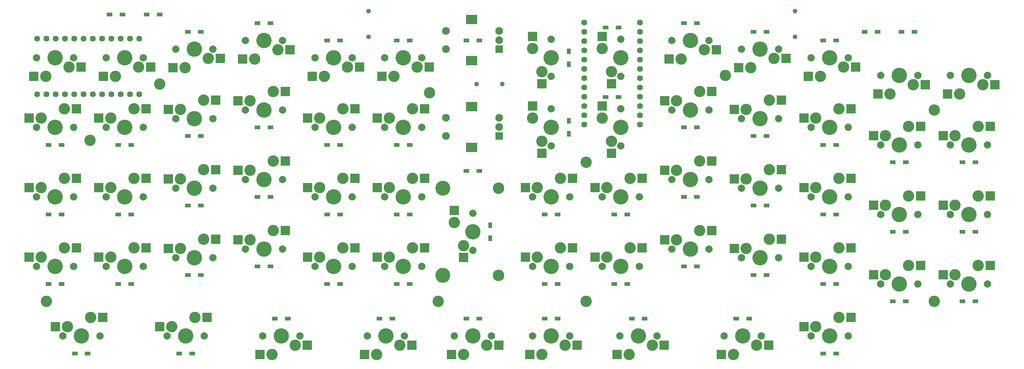
<source format=gbr>
G04 #@! TF.GenerationSoftware,KiCad,Pcbnew,5.1.6-c6e7f7d~87~ubuntu16.04.1*
G04 #@! TF.CreationDate,2020-11-01T04:30:44+09:00*
G04 #@! TF.ProjectId,ninja60,6e696e6a-6136-4302-9e6b-696361645f70,rev?*
G04 #@! TF.SameCoordinates,Original*
G04 #@! TF.FileFunction,Soldermask,Bot*
G04 #@! TF.FilePolarity,Negative*
%FSLAX46Y46*%
G04 Gerber Fmt 4.6, Leading zero omitted, Abs format (unit mm)*
G04 Created by KiCad (PCBNEW 5.1.6-c6e7f7d~87~ubuntu16.04.1) date 2020-11-01 04:30:44*
%MOMM*%
%LPD*%
G01*
G04 APERTURE LIST*
%ADD10C,3.100000*%
%ADD11R,2.650000X2.600000*%
%ADD12C,4.200000*%
%ADD13C,2.000000*%
%ADD14C,4.087800*%
%ADD15C,3.148000*%
%ADD16R,1.500000X1.100000*%
%ADD17R,1.100000X1.500000*%
%ADD18C,1.300000*%
%ADD19R,2.600000X2.650000*%
%ADD20C,2.100000*%
%ADD21R,3.100000X2.600000*%
%ADD22R,2.100000X2.100000*%
%ADD23C,1.624000*%
G04 APERTURE END LIST*
D10*
X264319860Y-114300480D03*
X321470100Y-123825520D03*
X321470100Y-176213240D03*
X226219700Y-176213240D03*
X226219700Y-138113080D03*
X185738280Y-176213240D03*
X183357020Y-119063000D03*
X78581580Y-176213240D03*
X90487880Y-132159930D03*
X109537960Y-116681740D03*
D11*
X299978750Y-112077500D03*
D12*
X292893750Y-109537500D03*
D13*
X287813750Y-109537500D03*
X297973750Y-109537500D03*
D11*
X287051750Y-114617500D03*
D10*
X296703750Y-112077500D03*
X290353750Y-114617500D03*
X102552500Y-161607500D03*
X96202500Y-164147500D03*
D11*
X105854500Y-161607500D03*
D13*
X94932500Y-166687500D03*
X105092500Y-166687500D03*
D12*
X100012500Y-166687500D03*
D11*
X92927500Y-164147500D03*
X111977500Y-142716250D03*
D12*
X119062500Y-145256250D03*
D13*
X124142500Y-145256250D03*
X113982500Y-145256250D03*
D11*
X124904500Y-140176250D03*
D10*
X115252500Y-142716250D03*
X121602500Y-140176250D03*
X102552500Y-142557500D03*
X96202500Y-145097500D03*
D11*
X105854500Y-142557500D03*
D13*
X94932500Y-147637500D03*
X105092500Y-147637500D03*
D12*
X100012500Y-147637500D03*
D11*
X92927500Y-145097500D03*
D14*
X187007500Y-169100500D03*
X187007500Y-145224500D03*
D15*
X202247500Y-169100500D03*
X202247500Y-145224500D03*
D16*
X99406250Y-97631250D03*
X95856250Y-97631250D03*
X109537500Y-97631250D03*
X105987500Y-97631250D03*
X117287500Y-102393750D03*
X120837500Y-102393750D03*
X139887500Y-100012500D03*
X136337500Y-100012500D03*
X155387500Y-104775000D03*
X158937500Y-104775000D03*
X177987500Y-104775000D03*
X174437500Y-104775000D03*
D17*
X221457180Y-107762960D03*
X221457180Y-111312960D03*
D16*
X235138480Y-101203550D03*
X231588480Y-101203550D03*
X253018750Y-100012500D03*
X256568750Y-100012500D03*
X275618750Y-102393750D03*
X272068750Y-102393750D03*
X291118750Y-104775000D03*
X294668750Y-104775000D03*
X305968750Y-102393750D03*
X302418750Y-102393750D03*
X316100000Y-102393750D03*
X312550000Y-102393750D03*
X193487500Y-104775000D03*
X197037500Y-104775000D03*
X79187500Y-133350000D03*
X82737500Y-133350000D03*
X101787500Y-133350000D03*
X98237500Y-133350000D03*
X117287500Y-130968750D03*
X120837500Y-130968750D03*
X139887500Y-128587500D03*
X136337500Y-128587500D03*
X155387500Y-133350000D03*
X158937500Y-133350000D03*
X177987500Y-133350000D03*
X174437500Y-133350000D03*
D17*
X221457180Y-126813040D03*
X221457180Y-130363040D03*
D16*
X235138480Y-120253630D03*
X231588480Y-120253630D03*
X256568750Y-128587500D03*
X253018750Y-128587500D03*
X275618750Y-130968750D03*
X272068750Y-130968750D03*
X291118750Y-133350000D03*
X294668750Y-133350000D03*
X313718750Y-138112500D03*
X310168750Y-138112500D03*
X329218750Y-138112500D03*
X332768750Y-138112500D03*
X197037500Y-140493750D03*
X193487500Y-140493750D03*
X79187500Y-152400000D03*
X82737500Y-152400000D03*
X101787500Y-152400000D03*
X98237500Y-152400000D03*
X117287500Y-150018750D03*
X120837500Y-150018750D03*
X136337500Y-147637500D03*
X139887500Y-147637500D03*
X158937500Y-152400000D03*
X155387500Y-152400000D03*
X174437500Y-152400000D03*
X177987500Y-152400000D03*
D17*
X200025000Y-155387500D03*
X200025000Y-158937500D03*
D16*
X218468750Y-152400000D03*
X214918750Y-152400000D03*
X233968750Y-152400000D03*
X237518750Y-152400000D03*
X253018750Y-147637500D03*
X256568750Y-147637500D03*
X272068750Y-150018750D03*
X275618750Y-150018750D03*
X291118750Y-152400000D03*
X294668750Y-152400000D03*
X313718750Y-157162500D03*
X310168750Y-157162500D03*
X329218750Y-157162500D03*
X332768750Y-157162500D03*
X82737500Y-171450000D03*
X79187500Y-171450000D03*
X98237500Y-171450000D03*
X101787500Y-171450000D03*
X120837500Y-169068750D03*
X117287500Y-169068750D03*
X136337500Y-166687500D03*
X139887500Y-166687500D03*
X158937500Y-171450000D03*
X155387500Y-171450000D03*
X177987500Y-171450000D03*
X174437500Y-171450000D03*
X218468750Y-171450000D03*
X214918750Y-171450000D03*
X233968750Y-171450000D03*
X237518750Y-171450000D03*
X256568750Y-166687500D03*
X253018750Y-166687500D03*
X272068750Y-169068750D03*
X275618750Y-169068750D03*
X294668750Y-171450000D03*
X291118750Y-171450000D03*
X310168750Y-176212500D03*
X313718750Y-176212500D03*
X332768750Y-176212500D03*
X329218750Y-176212500D03*
X86331250Y-190500000D03*
X89881250Y-190500000D03*
X118456250Y-190500000D03*
X114906250Y-190500000D03*
X144650000Y-180975000D03*
X141100000Y-180975000D03*
X169675000Y-180975000D03*
X173225000Y-180975000D03*
X197037500Y-180975000D03*
X193487500Y-180975000D03*
X214918750Y-180975000D03*
X218468750Y-180975000D03*
X242281250Y-180975000D03*
X238731250Y-180975000D03*
X267306250Y-180975000D03*
X270856250Y-180975000D03*
X294668750Y-190500000D03*
X291118750Y-190500000D03*
D18*
X166687500Y-103750000D03*
X166687500Y-96750000D03*
X283369940Y-103750400D03*
X283369940Y-96750400D03*
X203287500Y-116681250D03*
X196287500Y-116681250D03*
D11*
X88047500Y-112077500D03*
D12*
X80962500Y-109537500D03*
D13*
X75882500Y-109537500D03*
X86042500Y-109537500D03*
D11*
X75120500Y-114617500D03*
D10*
X84772500Y-112077500D03*
X78422500Y-114617500D03*
X97472500Y-114617500D03*
X103822500Y-112077500D03*
D11*
X94170500Y-114617500D03*
D13*
X105092500Y-109537500D03*
X94932500Y-109537500D03*
D12*
X100012500Y-109537500D03*
D11*
X107097500Y-112077500D03*
X126147500Y-109696250D03*
D12*
X119062500Y-107156250D03*
D13*
X113982500Y-107156250D03*
X124142500Y-107156250D03*
D11*
X113220500Y-112236250D03*
D10*
X122872500Y-109696250D03*
X116522500Y-112236250D03*
D11*
X145197500Y-107315000D03*
D12*
X138112500Y-104775000D03*
D13*
X133032500Y-104775000D03*
X143192500Y-104775000D03*
D11*
X132270500Y-109855000D03*
D10*
X141922500Y-107315000D03*
X135572500Y-109855000D03*
X154622500Y-114617500D03*
X160972500Y-112077500D03*
D11*
X151320500Y-114617500D03*
D13*
X162242500Y-109537500D03*
X152082500Y-109537500D03*
D12*
X157162500Y-109537500D03*
D11*
X164247500Y-112077500D03*
D10*
X173672500Y-114617500D03*
X180022500Y-112077500D03*
D11*
X170370500Y-114617500D03*
D13*
X181292500Y-109537500D03*
X171132500Y-109537500D03*
D12*
X176212500Y-109537500D03*
D11*
X183297500Y-112077500D03*
D10*
X211614660Y-106997960D03*
X214154660Y-113347960D03*
D19*
X211614660Y-103695960D03*
D13*
X216694660Y-114617960D03*
X216694660Y-104457960D03*
D12*
X216694660Y-109537960D03*
D19*
X214154660Y-116622960D03*
X233203750Y-116622500D03*
D12*
X235743750Y-109537500D03*
D13*
X235743750Y-104457500D03*
X235743750Y-114617500D03*
D19*
X230663750Y-103695500D03*
D10*
X233203750Y-113347500D03*
X230663750Y-106997500D03*
X252253750Y-109855000D03*
X258603750Y-107315000D03*
D11*
X248951750Y-109855000D03*
D13*
X259873750Y-104775000D03*
X249713750Y-104775000D03*
D12*
X254793750Y-104775000D03*
D11*
X261878750Y-107315000D03*
D10*
X271303750Y-112236250D03*
X277653750Y-109696250D03*
D11*
X268001750Y-112236250D03*
D13*
X278923750Y-107156250D03*
X268763750Y-107156250D03*
D12*
X273843750Y-107156250D03*
D11*
X280928750Y-109696250D03*
D10*
X309403750Y-119380000D03*
X315753750Y-116840000D03*
D11*
X306101750Y-119380000D03*
D13*
X317023750Y-114300000D03*
X306863750Y-114300000D03*
D12*
X311943750Y-114300000D03*
D11*
X319028750Y-116840000D03*
X338078750Y-116840000D03*
D12*
X330993750Y-114300000D03*
D13*
X325913750Y-114300000D03*
X336073750Y-114300000D03*
D11*
X325151750Y-119380000D03*
D10*
X334803750Y-116840000D03*
X328453750Y-119380000D03*
D20*
X187906250Y-102156250D03*
X187906250Y-107156250D03*
D21*
X194906250Y-99056250D03*
X194906250Y-110256250D03*
D20*
X202406250Y-102156250D03*
X202406250Y-104656250D03*
D22*
X202406250Y-107156250D03*
D11*
X73877500Y-126047500D03*
D12*
X80962500Y-128587500D03*
D13*
X86042500Y-128587500D03*
X75882500Y-128587500D03*
D11*
X86804500Y-123507500D03*
D10*
X77152500Y-126047500D03*
X83502500Y-123507500D03*
X102552500Y-123507500D03*
X96202500Y-126047500D03*
D11*
X105854500Y-123507500D03*
D13*
X94932500Y-128587500D03*
X105092500Y-128587500D03*
D12*
X100012500Y-128587500D03*
D11*
X92927500Y-126047500D03*
X111977500Y-123666250D03*
D12*
X119062500Y-126206250D03*
D13*
X124142500Y-126206250D03*
X113982500Y-126206250D03*
D11*
X124904500Y-121126250D03*
D10*
X115252500Y-123666250D03*
X121602500Y-121126250D03*
X140652500Y-118745000D03*
X134302500Y-121285000D03*
D11*
X143954500Y-118745000D03*
D13*
X133032500Y-123825000D03*
X143192500Y-123825000D03*
D12*
X138112500Y-123825000D03*
D11*
X131027500Y-121285000D03*
X150077500Y-126047500D03*
D12*
X157162500Y-128587500D03*
D13*
X162242500Y-128587500D03*
X152082500Y-128587500D03*
D11*
X163004500Y-123507500D03*
D10*
X153352500Y-126047500D03*
X159702500Y-123507500D03*
X178752500Y-123507500D03*
X172402500Y-126047500D03*
D11*
X182054500Y-123507500D03*
D13*
X171132500Y-128587500D03*
X181292500Y-128587500D03*
D12*
X176212500Y-128587500D03*
D11*
X169127500Y-126047500D03*
D10*
X211614660Y-126048040D03*
X214154660Y-132398040D03*
D19*
X211614660Y-122746040D03*
D13*
X216694660Y-133668040D03*
X216694660Y-123508040D03*
D12*
X216694660Y-128588040D03*
D19*
X214154660Y-135673040D03*
X233203750Y-135672500D03*
D12*
X235743750Y-128587500D03*
D13*
X235743750Y-123507500D03*
X235743750Y-133667500D03*
D19*
X230663750Y-122745500D03*
D10*
X233203750Y-132397500D03*
X230663750Y-126047500D03*
X257333750Y-118745000D03*
X250983750Y-121285000D03*
D11*
X260635750Y-118745000D03*
D13*
X249713750Y-123825000D03*
X259873750Y-123825000D03*
D12*
X254793750Y-123825000D03*
D11*
X247708750Y-121285000D03*
X266758750Y-123666250D03*
D12*
X273843750Y-126206250D03*
D13*
X278923750Y-126206250D03*
X268763750Y-126206250D03*
D11*
X279685750Y-121126250D03*
D10*
X270033750Y-123666250D03*
X276383750Y-121126250D03*
X295433750Y-123507500D03*
X289083750Y-126047500D03*
D11*
X298735750Y-123507500D03*
D13*
X287813750Y-128587500D03*
X297973750Y-128587500D03*
D12*
X292893750Y-128587500D03*
D11*
X285808750Y-126047500D03*
X304858750Y-130810000D03*
D12*
X311943750Y-133350000D03*
D13*
X317023750Y-133350000D03*
X306863750Y-133350000D03*
D11*
X317785750Y-128270000D03*
D10*
X308133750Y-130810000D03*
X314483750Y-128270000D03*
X333533750Y-128270000D03*
X327183750Y-130810000D03*
D11*
X336835750Y-128270000D03*
D13*
X325913750Y-133350000D03*
X336073750Y-133350000D03*
D12*
X330993750Y-133350000D03*
D11*
X323908750Y-130810000D03*
X73877500Y-145097500D03*
D12*
X80962500Y-147637500D03*
D13*
X86042500Y-147637500D03*
X75882500Y-147637500D03*
D11*
X86804500Y-142557500D03*
D10*
X77152500Y-145097500D03*
X83502500Y-142557500D03*
X140652500Y-137795000D03*
X134302500Y-140335000D03*
D11*
X143954500Y-137795000D03*
D13*
X133032500Y-142875000D03*
X143192500Y-142875000D03*
D12*
X138112500Y-142875000D03*
D11*
X131027500Y-140335000D03*
X150077500Y-145097500D03*
D12*
X157162500Y-147637500D03*
D13*
X162242500Y-147637500D03*
X152082500Y-147637500D03*
D11*
X163004500Y-142557500D03*
D10*
X153352500Y-145097500D03*
X159702500Y-142557500D03*
X178752500Y-142557500D03*
X172402500Y-145097500D03*
D11*
X182054500Y-142557500D03*
D13*
X171132500Y-147637500D03*
X181292500Y-147637500D03*
D12*
X176212500Y-147637500D03*
D11*
X169127500Y-145097500D03*
D19*
X192722500Y-164247500D03*
D12*
X195262500Y-157162500D03*
D13*
X195262500Y-152082500D03*
X195262500Y-162242500D03*
D19*
X190182500Y-151320500D03*
D10*
X192722500Y-160972500D03*
X190182500Y-154622500D03*
D11*
X209608750Y-145097500D03*
D12*
X216693750Y-147637500D03*
D13*
X221773750Y-147637500D03*
X211613750Y-147637500D03*
D11*
X222535750Y-142557500D03*
D10*
X212883750Y-145097500D03*
X219233750Y-142557500D03*
X238283750Y-142557500D03*
X231933750Y-145097500D03*
D11*
X241585750Y-142557500D03*
D13*
X230663750Y-147637500D03*
X240823750Y-147637500D03*
D12*
X235743750Y-147637500D03*
D11*
X228658750Y-145097500D03*
X247708750Y-140335000D03*
D12*
X254793750Y-142875000D03*
D13*
X259873750Y-142875000D03*
X249713750Y-142875000D03*
D11*
X260635750Y-137795000D03*
D10*
X250983750Y-140335000D03*
X257333750Y-137795000D03*
X276383750Y-140176250D03*
X270033750Y-142716250D03*
D11*
X279685750Y-140176250D03*
D13*
X268763750Y-145256250D03*
X278923750Y-145256250D03*
D12*
X273843750Y-145256250D03*
D11*
X266758750Y-142716250D03*
X285808750Y-145097500D03*
D12*
X292893750Y-147637500D03*
D13*
X297973750Y-147637500D03*
X287813750Y-147637500D03*
D11*
X298735750Y-142557500D03*
D10*
X289083750Y-145097500D03*
X295433750Y-142557500D03*
D11*
X304858750Y-149860000D03*
D12*
X311943750Y-152400000D03*
D13*
X317023750Y-152400000D03*
X306863750Y-152400000D03*
D11*
X317785750Y-147320000D03*
D10*
X308133750Y-149860000D03*
X314483750Y-147320000D03*
X333533750Y-147320000D03*
X327183750Y-149860000D03*
D11*
X336835750Y-147320000D03*
D13*
X325913750Y-152400000D03*
X336073750Y-152400000D03*
D12*
X330993750Y-152400000D03*
D11*
X323908750Y-149860000D03*
X73877500Y-164147500D03*
D12*
X80962500Y-166687500D03*
D13*
X86042500Y-166687500D03*
X75882500Y-166687500D03*
D11*
X86804500Y-161607500D03*
D10*
X77152500Y-164147500D03*
X83502500Y-161607500D03*
D11*
X111977500Y-161766250D03*
D12*
X119062500Y-164306250D03*
D13*
X124142500Y-164306250D03*
X113982500Y-164306250D03*
D11*
X124904500Y-159226250D03*
D10*
X115252500Y-161766250D03*
X121602500Y-159226250D03*
X140652500Y-156845000D03*
X134302500Y-159385000D03*
D11*
X143954500Y-156845000D03*
D13*
X133032500Y-161925000D03*
X143192500Y-161925000D03*
D12*
X138112500Y-161925000D03*
D11*
X131027500Y-159385000D03*
X150077500Y-164147500D03*
D12*
X157162500Y-166687500D03*
D13*
X162242500Y-166687500D03*
X152082500Y-166687500D03*
D11*
X163004500Y-161607500D03*
D10*
X153352500Y-164147500D03*
X159702500Y-161607500D03*
X178752500Y-161607500D03*
X172402500Y-164147500D03*
D11*
X182054500Y-161607500D03*
D13*
X171132500Y-166687500D03*
X181292500Y-166687500D03*
D12*
X176212500Y-166687500D03*
D11*
X169127500Y-164147500D03*
D10*
X219233750Y-161607500D03*
X212883750Y-164147500D03*
D11*
X222535750Y-161607500D03*
D13*
X211613750Y-166687500D03*
X221773750Y-166687500D03*
D12*
X216693750Y-166687500D03*
D11*
X209608750Y-164147500D03*
X228658750Y-164147500D03*
D12*
X235743750Y-166687500D03*
D13*
X240823750Y-166687500D03*
X230663750Y-166687500D03*
D11*
X241585750Y-161607500D03*
D10*
X231933750Y-164147500D03*
X238283750Y-161607500D03*
X257333750Y-156845000D03*
X250983750Y-159385000D03*
D11*
X260635750Y-156845000D03*
D13*
X249713750Y-161925000D03*
X259873750Y-161925000D03*
D12*
X254793750Y-161925000D03*
D11*
X247708750Y-159385000D03*
X266758750Y-161766250D03*
D12*
X273843750Y-164306250D03*
D13*
X278923750Y-164306250D03*
X268763750Y-164306250D03*
D11*
X279685750Y-159226250D03*
D10*
X270033750Y-161766250D03*
X276383750Y-159226250D03*
X295433750Y-161607500D03*
X289083750Y-164147500D03*
D11*
X298735750Y-161607500D03*
D13*
X287813750Y-166687500D03*
X297973750Y-166687500D03*
D12*
X292893750Y-166687500D03*
D11*
X285808750Y-164147500D03*
X304858750Y-168910000D03*
D12*
X311943750Y-171450000D03*
D13*
X317023750Y-171450000D03*
X306863750Y-171450000D03*
D11*
X317785750Y-166370000D03*
D10*
X308133750Y-168910000D03*
X314483750Y-166370000D03*
X333533750Y-166370000D03*
X327183750Y-168910000D03*
D11*
X336835750Y-166370000D03*
D13*
X325913750Y-171450000D03*
X336073750Y-171450000D03*
D12*
X330993750Y-171450000D03*
D11*
X323908750Y-168910000D03*
X81021250Y-183197500D03*
D12*
X88106250Y-185737500D03*
D13*
X93186250Y-185737500D03*
X83026250Y-185737500D03*
D11*
X93948250Y-180657500D03*
D10*
X84296250Y-183197500D03*
X90646250Y-180657500D03*
X119221250Y-180657500D03*
X112871250Y-183197500D03*
D11*
X122523250Y-180657500D03*
D13*
X111601250Y-185737500D03*
X121761250Y-185737500D03*
D12*
X116681250Y-185737500D03*
D11*
X109596250Y-183197500D03*
X149960000Y-188277500D03*
D12*
X142875000Y-185737500D03*
D13*
X137795000Y-185737500D03*
X147955000Y-185737500D03*
D11*
X137033000Y-190817500D03*
D10*
X146685000Y-188277500D03*
X140335000Y-190817500D03*
X168910000Y-190817500D03*
X175260000Y-188277500D03*
D11*
X165608000Y-190817500D03*
D13*
X176530000Y-185737500D03*
X166370000Y-185737500D03*
D12*
X171450000Y-185737500D03*
D11*
X178535000Y-188277500D03*
D10*
X192722500Y-190817500D03*
X199072500Y-188277500D03*
D11*
X189420500Y-190817500D03*
D13*
X200342500Y-185737500D03*
X190182500Y-185737500D03*
D12*
X195262500Y-185737500D03*
D11*
X202347500Y-188277500D03*
X223778750Y-188277500D03*
D12*
X216693750Y-185737500D03*
D13*
X211613750Y-185737500D03*
X221773750Y-185737500D03*
D11*
X210851750Y-190817500D03*
D10*
X220503750Y-188277500D03*
X214153750Y-190817500D03*
D11*
X247591250Y-188277500D03*
D12*
X240506250Y-185737500D03*
D13*
X235426250Y-185737500D03*
X245586250Y-185737500D03*
D11*
X234664250Y-190817500D03*
D10*
X244316250Y-188277500D03*
X237966250Y-190817500D03*
X266541250Y-190817500D03*
X272891250Y-188277500D03*
D11*
X263239250Y-190817500D03*
D13*
X274161250Y-185737500D03*
X264001250Y-185737500D03*
D12*
X269081250Y-185737500D03*
D11*
X276166250Y-188277500D03*
X285808750Y-183197500D03*
D12*
X292893750Y-185737500D03*
D13*
X297973750Y-185737500D03*
X287813750Y-185737500D03*
D11*
X298735750Y-180657500D03*
D10*
X289083750Y-183197500D03*
X295433750Y-180657500D03*
D23*
X76009500Y-104307350D03*
X78549500Y-104307350D03*
X81089500Y-104307350D03*
X83629500Y-104307350D03*
X86169500Y-104307350D03*
X88709500Y-104307350D03*
X91249500Y-104307350D03*
X93789500Y-104307350D03*
X96329500Y-104307350D03*
X98869500Y-104307350D03*
X101409500Y-104307350D03*
X103949500Y-104307350D03*
X103949500Y-119527350D03*
X101409500Y-119527350D03*
X98869500Y-119527350D03*
X96329500Y-119527350D03*
X93789500Y-119527350D03*
X91249500Y-119527350D03*
X88709500Y-119527350D03*
X86169500Y-119527350D03*
X83629500Y-119527350D03*
X81089500Y-119527350D03*
X78549500Y-119527350D03*
X76009500Y-119527350D03*
X240974880Y-99822480D03*
X240974880Y-102362480D03*
X240974880Y-104902480D03*
X240974880Y-107442480D03*
X240974880Y-109982480D03*
X240974880Y-112522480D03*
X240974880Y-115062480D03*
X240974880Y-117602480D03*
X240974880Y-120142480D03*
X240974880Y-122682480D03*
X240974880Y-125222480D03*
X240974880Y-127762480D03*
X225754880Y-127762480D03*
X225754880Y-125222480D03*
X225754880Y-122682480D03*
X225754880Y-120142480D03*
X225754880Y-117602480D03*
X225754880Y-115062480D03*
X225754880Y-112522480D03*
X225754880Y-109982480D03*
X225754880Y-107442480D03*
X225754880Y-104902480D03*
X225754880Y-102362480D03*
X225754880Y-99822480D03*
D20*
X187906250Y-125968750D03*
X187906250Y-130968750D03*
D21*
X194906250Y-122868750D03*
X194906250Y-134068750D03*
D20*
X202406250Y-125968750D03*
X202406250Y-128468750D03*
D22*
X202406250Y-130968750D03*
M02*

</source>
